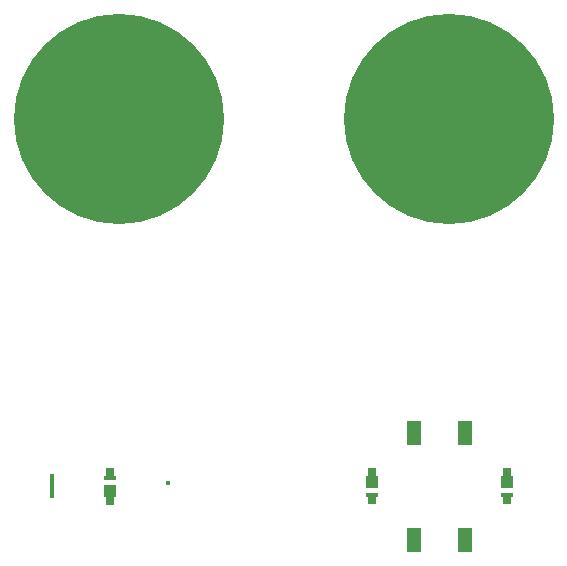
<source format=gbp>
G04 Layer_Color=128*
%FSLAX25Y25*%
%MOIN*%
G70*
G01*
G75*
%ADD25C,0.70079*%
%ADD36R,0.03150X0.02559*%
%ADD37R,0.04488X0.04016*%
%ADD38R,0.04488X0.01181*%
%ADD52R,0.05118X0.08268*%
%ADD53R,0.01575X0.01575*%
%ADD54R,0.01575X0.07874*%
D25*
X83000Y202500D02*
D03*
X193000D02*
D03*
D36*
X167500Y84742D02*
D03*
Y75352D02*
D03*
X212500Y84742D02*
D03*
Y75352D02*
D03*
X80000Y75258D02*
D03*
Y84648D02*
D03*
D37*
X167500Y81494D02*
D03*
X212500D02*
D03*
X80000Y78506D02*
D03*
D38*
X167500Y77124D02*
D03*
X212500D02*
D03*
X80000Y82876D02*
D03*
D52*
X181535Y62087D02*
D03*
Y97913D02*
D03*
X198465Y62087D02*
D03*
Y97913D02*
D03*
D53*
X99600Y81000D02*
D03*
D54*
X60902Y80157D02*
D03*
M02*

</source>
